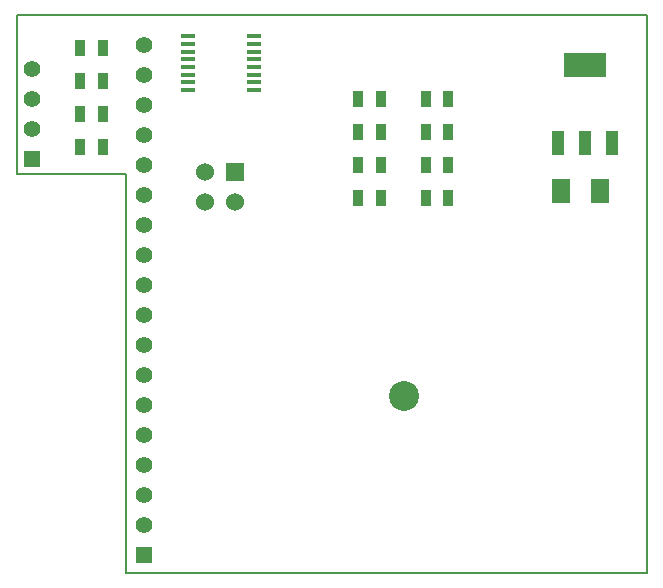
<source format=gts>
G04 (created by PCBNEW (2012-nov-02)-testing) date Wed 19 Jun 2013 11:23:59 AM CDT*
%MOIN*%
G04 Gerber Fmt 3.4, Leading zero omitted, Abs format*
%FSLAX34Y34*%
G01*
G70*
G90*
G04 APERTURE LIST*
%ADD10C,0.006*%
%ADD11C,0.00590551*%
%ADD12R,0.05X0.015*%
%ADD13R,0.144X0.08*%
%ADD14R,0.04X0.08*%
%ADD15R,0.06X0.08*%
%ADD16R,0.035X0.055*%
%ADD17R,0.055X0.055*%
%ADD18C,0.055*%
%ADD19R,0.06X0.06*%
%ADD20C,0.06*%
%ADD21C,0.1*%
G04 APERTURE END LIST*
G54D10*
G54D11*
X95850Y-48350D02*
X95850Y-66950D01*
X74850Y-48350D02*
X74850Y-53650D01*
X95850Y-48350D02*
X74850Y-48350D01*
X78500Y-66950D02*
X95850Y-66950D01*
X78500Y-53650D02*
X78500Y-66950D01*
X74850Y-53650D02*
X78500Y-53650D01*
G54D12*
X82752Y-50846D03*
X82752Y-50590D03*
X82752Y-50334D03*
X82752Y-50078D03*
X82752Y-49822D03*
X82752Y-49566D03*
X82752Y-49310D03*
X82752Y-49054D03*
X80548Y-49054D03*
X80548Y-49310D03*
X80548Y-49566D03*
X80548Y-49822D03*
X80548Y-50078D03*
X80548Y-50334D03*
X80548Y-50590D03*
X80548Y-50846D03*
G54D13*
X93800Y-50000D03*
G54D14*
X93800Y-52600D03*
X94700Y-52600D03*
X92900Y-52600D03*
G54D15*
X94300Y-54220D03*
X93000Y-54220D03*
G54D16*
X86985Y-54450D03*
X86235Y-54450D03*
X86985Y-53350D03*
X86235Y-53350D03*
X86985Y-52250D03*
X86235Y-52250D03*
X89235Y-54450D03*
X88485Y-54450D03*
X89235Y-53350D03*
X88485Y-53350D03*
X89235Y-52250D03*
X88485Y-52250D03*
G54D17*
X75350Y-53150D03*
G54D18*
X75350Y-52150D03*
X75350Y-51150D03*
X75350Y-50150D03*
G54D17*
X79100Y-66350D03*
G54D18*
X79100Y-65350D03*
X79100Y-64350D03*
X79100Y-63350D03*
X79100Y-62350D03*
X79100Y-61350D03*
X79100Y-60350D03*
X79100Y-59350D03*
X79100Y-58350D03*
X79100Y-57350D03*
X79100Y-56350D03*
X79100Y-55350D03*
X79100Y-54350D03*
X79100Y-53350D03*
X79100Y-52350D03*
X79100Y-51350D03*
X79100Y-50350D03*
X79100Y-49350D03*
G54D19*
X82140Y-53570D03*
G54D20*
X82140Y-54570D03*
X81140Y-53570D03*
X81140Y-54570D03*
G54D21*
X87750Y-61050D03*
G54D16*
X76975Y-50550D03*
X77725Y-50550D03*
X76975Y-49450D03*
X77725Y-49450D03*
X77725Y-51650D03*
X76975Y-51650D03*
X77725Y-52750D03*
X76975Y-52750D03*
X86985Y-51150D03*
X86235Y-51150D03*
X89235Y-51150D03*
X88485Y-51150D03*
M02*

</source>
